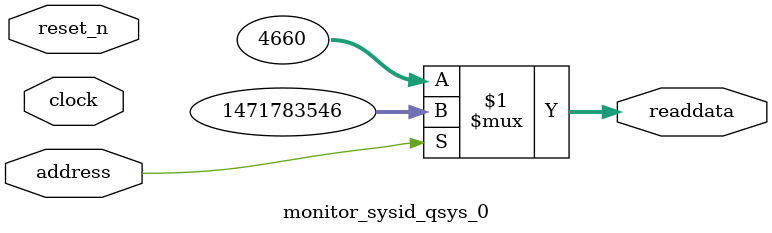
<source format=v>



// synthesis translate_off
`timescale 1ns / 1ps
// synthesis translate_on

// turn off superfluous verilog processor warnings 
// altera message_level Level1 
// altera message_off 10034 10035 10036 10037 10230 10240 10030 

module monitor_sysid_qsys_0 (
               // inputs:
                address,
                clock,
                reset_n,

               // outputs:
                readdata
             )
;

  output  [ 31: 0] readdata;
  input            address;
  input            clock;
  input            reset_n;

  wire    [ 31: 0] readdata;
  //control_slave, which is an e_avalon_slave
  assign readdata = address ? 1471783546 : 4660;

endmodule




</source>
